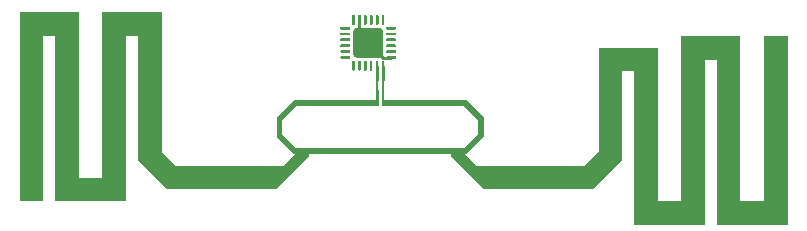
<source format=gbr>
G04 #@! TF.GenerationSoftware,KiCad,Pcbnew,5.1.9*
G04 #@! TF.CreationDate,2022-09-01T16:12:18+02:00*
G04 #@! TF.ProjectId,picsyle-R_strain_915,70696373-796c-4652-9d52-5f7374726169,rev?*
G04 #@! TF.SameCoordinates,Original*
G04 #@! TF.FileFunction,Copper,L1,Top*
G04 #@! TF.FilePolarity,Positive*
%FSLAX46Y46*%
G04 Gerber Fmt 4.6, Leading zero omitted, Abs format (unit mm)*
G04 Created by KiCad (PCBNEW 5.1.9) date 2022-09-01 16:12:18*
%MOMM*%
%LPD*%
G01*
G04 APERTURE LIST*
G04 #@! TA.AperFunction,EtchedComponent*
%ADD10C,0.100000*%
G04 #@! TD*
G04 #@! TA.AperFunction,SMDPad,CuDef*
%ADD11R,0.250000X1.700000*%
G04 #@! TD*
G04 #@! TA.AperFunction,SMDPad,CuDef*
%ADD12R,0.250000X0.825000*%
G04 #@! TD*
G04 #@! TA.AperFunction,Conductor*
%ADD13C,0.250000*%
G04 #@! TD*
G04 APERTURE END LIST*
D10*
G36*
X72500000Y-97400000D02*
G01*
X72500000Y-111400000D01*
X78500000Y-111400000D01*
X78500000Y-97400000D01*
X79500000Y-97400000D01*
X79500000Y-107900000D01*
X82000000Y-110400000D01*
X91207000Y-110400000D01*
X94000000Y-107607000D01*
X94000000Y-107400000D01*
X106000000Y-107400000D01*
X106000000Y-107607000D01*
X108793000Y-110400000D01*
X118000000Y-110400000D01*
X120500000Y-107900000D01*
X120500000Y-100400000D01*
X121500000Y-100400000D01*
X121500000Y-113400000D01*
X127500000Y-113400000D01*
X127500000Y-99400000D01*
X128500000Y-99400000D01*
X128500000Y-113400000D01*
X134500000Y-113400000D01*
X134500000Y-97400000D01*
X132500000Y-97400000D01*
X132500000Y-111400000D01*
X130500000Y-111400000D01*
X130500000Y-97400000D01*
X125500000Y-97400000D01*
X125500000Y-111400000D01*
X123500000Y-111400000D01*
X123500000Y-98400000D01*
X118500000Y-98400000D01*
X118500000Y-107193000D01*
X117293000Y-108400000D01*
X108207000Y-108400000D01*
X107207000Y-107400000D01*
X107282000Y-107400000D01*
X108761000Y-105921000D01*
X108761000Y-104301000D01*
X107282000Y-102822000D01*
X100375000Y-102822000D01*
X100375000Y-101997000D01*
X100125000Y-101997000D01*
X100125000Y-103322000D01*
X107075000Y-103322000D01*
X108261000Y-104508000D01*
X108261000Y-105715000D01*
X107076000Y-106900000D01*
X92924000Y-106900000D01*
X91739000Y-105715000D01*
X91739000Y-104508000D01*
X92925000Y-103322000D01*
X99875000Y-103322000D01*
X99875000Y-101997000D01*
X99625000Y-101997000D01*
X99625000Y-102822000D01*
X92718000Y-102822000D01*
X91239000Y-104301000D01*
X91239000Y-105921000D01*
X92718000Y-107400000D01*
X92793000Y-107400000D01*
X91793000Y-108400000D01*
X82707000Y-108400000D01*
X81500000Y-107193000D01*
X81500000Y-95400000D01*
X76500000Y-95400000D01*
X76500000Y-109400000D01*
X74500000Y-109400000D01*
X74500000Y-95400000D01*
X69500000Y-95400000D01*
X69500000Y-111400000D01*
X71500000Y-111400000D01*
X71500000Y-97400000D01*
X72500000Y-97400000D01*
G37*
D11*
X100250000Y-101150000D03*
X99750000Y-101150000D03*
G04 #@! TA.AperFunction,SMDPad,CuDef*
G36*
G01*
X97412120Y-99362300D02*
X96712120Y-99362300D01*
G75*
G02*
X96649620Y-99299800I0J62500D01*
G01*
X96649620Y-99174800D01*
G75*
G02*
X96712120Y-99112300I62500J0D01*
G01*
X97412120Y-99112300D01*
G75*
G02*
X97474620Y-99174800I0J-62500D01*
G01*
X97474620Y-99299800D01*
G75*
G02*
X97412120Y-99362300I-62500J0D01*
G01*
G37*
G04 #@! TD.AperFunction*
G04 #@! TA.AperFunction,SMDPad,CuDef*
G36*
G01*
X97412120Y-98862300D02*
X96712120Y-98862300D01*
G75*
G02*
X96649620Y-98799800I0J62500D01*
G01*
X96649620Y-98674800D01*
G75*
G02*
X96712120Y-98612300I62500J0D01*
G01*
X97412120Y-98612300D01*
G75*
G02*
X97474620Y-98674800I0J-62500D01*
G01*
X97474620Y-98799800D01*
G75*
G02*
X97412120Y-98862300I-62500J0D01*
G01*
G37*
G04 #@! TD.AperFunction*
G04 #@! TA.AperFunction,SMDPad,CuDef*
G36*
G01*
X97412120Y-98362300D02*
X96712120Y-98362300D01*
G75*
G02*
X96649620Y-98299800I0J62500D01*
G01*
X96649620Y-98174800D01*
G75*
G02*
X96712120Y-98112300I62500J0D01*
G01*
X97412120Y-98112300D01*
G75*
G02*
X97474620Y-98174800I0J-62500D01*
G01*
X97474620Y-98299800D01*
G75*
G02*
X97412120Y-98362300I-62500J0D01*
G01*
G37*
G04 #@! TD.AperFunction*
G04 #@! TA.AperFunction,SMDPad,CuDef*
G36*
G01*
X97412120Y-97862300D02*
X96712120Y-97862300D01*
G75*
G02*
X96649620Y-97799800I0J62500D01*
G01*
X96649620Y-97674800D01*
G75*
G02*
X96712120Y-97612300I62500J0D01*
G01*
X97412120Y-97612300D01*
G75*
G02*
X97474620Y-97674800I0J-62500D01*
G01*
X97474620Y-97799800D01*
G75*
G02*
X97412120Y-97862300I-62500J0D01*
G01*
G37*
G04 #@! TD.AperFunction*
G04 #@! TA.AperFunction,SMDPad,CuDef*
G36*
G01*
X97412120Y-97362300D02*
X96712120Y-97362300D01*
G75*
G02*
X96649620Y-97299800I0J62500D01*
G01*
X96649620Y-97174800D01*
G75*
G02*
X96712120Y-97112300I62500J0D01*
G01*
X97412120Y-97112300D01*
G75*
G02*
X97474620Y-97174800I0J-62500D01*
G01*
X97474620Y-97299800D01*
G75*
G02*
X97412120Y-97362300I-62500J0D01*
G01*
G37*
G04 #@! TD.AperFunction*
G04 #@! TA.AperFunction,SMDPad,CuDef*
G36*
G01*
X97412120Y-96862300D02*
X96712120Y-96862300D01*
G75*
G02*
X96649620Y-96799800I0J62500D01*
G01*
X96649620Y-96674800D01*
G75*
G02*
X96712120Y-96612300I62500J0D01*
G01*
X97412120Y-96612300D01*
G75*
G02*
X97474620Y-96674800I0J-62500D01*
G01*
X97474620Y-96799800D01*
G75*
G02*
X97412120Y-96862300I-62500J0D01*
G01*
G37*
G04 #@! TD.AperFunction*
G04 #@! TA.AperFunction,SMDPad,CuDef*
G36*
G01*
X97812120Y-96462300D02*
X97687120Y-96462300D01*
G75*
G02*
X97624620Y-96399800I0J62500D01*
G01*
X97624620Y-95699800D01*
G75*
G02*
X97687120Y-95637300I62500J0D01*
G01*
X97812120Y-95637300D01*
G75*
G02*
X97874620Y-95699800I0J-62500D01*
G01*
X97874620Y-96399800D01*
G75*
G02*
X97812120Y-96462300I-62500J0D01*
G01*
G37*
G04 #@! TD.AperFunction*
G04 #@! TA.AperFunction,SMDPad,CuDef*
G36*
G01*
X98312120Y-96462300D02*
X98187120Y-96462300D01*
G75*
G02*
X98124620Y-96399800I0J62500D01*
G01*
X98124620Y-95699800D01*
G75*
G02*
X98187120Y-95637300I62500J0D01*
G01*
X98312120Y-95637300D01*
G75*
G02*
X98374620Y-95699800I0J-62500D01*
G01*
X98374620Y-96399800D01*
G75*
G02*
X98312120Y-96462300I-62500J0D01*
G01*
G37*
G04 #@! TD.AperFunction*
G04 #@! TA.AperFunction,SMDPad,CuDef*
G36*
G01*
X98812120Y-96462300D02*
X98687120Y-96462300D01*
G75*
G02*
X98624620Y-96399800I0J62500D01*
G01*
X98624620Y-95699800D01*
G75*
G02*
X98687120Y-95637300I62500J0D01*
G01*
X98812120Y-95637300D01*
G75*
G02*
X98874620Y-95699800I0J-62500D01*
G01*
X98874620Y-96399800D01*
G75*
G02*
X98812120Y-96462300I-62500J0D01*
G01*
G37*
G04 #@! TD.AperFunction*
G04 #@! TA.AperFunction,SMDPad,CuDef*
G36*
G01*
X99312120Y-96462300D02*
X99187120Y-96462300D01*
G75*
G02*
X99124620Y-96399800I0J62500D01*
G01*
X99124620Y-95699800D01*
G75*
G02*
X99187120Y-95637300I62500J0D01*
G01*
X99312120Y-95637300D01*
G75*
G02*
X99374620Y-95699800I0J-62500D01*
G01*
X99374620Y-96399800D01*
G75*
G02*
X99312120Y-96462300I-62500J0D01*
G01*
G37*
G04 #@! TD.AperFunction*
G04 #@! TA.AperFunction,SMDPad,CuDef*
G36*
G01*
X99812120Y-96462300D02*
X99687120Y-96462300D01*
G75*
G02*
X99624620Y-96399800I0J62500D01*
G01*
X99624620Y-95699800D01*
G75*
G02*
X99687120Y-95637300I62500J0D01*
G01*
X99812120Y-95637300D01*
G75*
G02*
X99874620Y-95699800I0J-62500D01*
G01*
X99874620Y-96399800D01*
G75*
G02*
X99812120Y-96462300I-62500J0D01*
G01*
G37*
G04 #@! TD.AperFunction*
G04 #@! TA.AperFunction,SMDPad,CuDef*
G36*
G01*
X100312120Y-96462300D02*
X100187120Y-96462300D01*
G75*
G02*
X100124620Y-96399800I0J62500D01*
G01*
X100124620Y-95699800D01*
G75*
G02*
X100187120Y-95637300I62500J0D01*
G01*
X100312120Y-95637300D01*
G75*
G02*
X100374620Y-95699800I0J-62500D01*
G01*
X100374620Y-96399800D01*
G75*
G02*
X100312120Y-96462300I-62500J0D01*
G01*
G37*
G04 #@! TD.AperFunction*
G04 #@! TA.AperFunction,SMDPad,CuDef*
G36*
G01*
X101287120Y-96862300D02*
X100587120Y-96862300D01*
G75*
G02*
X100524620Y-96799800I0J62500D01*
G01*
X100524620Y-96674800D01*
G75*
G02*
X100587120Y-96612300I62500J0D01*
G01*
X101287120Y-96612300D01*
G75*
G02*
X101349620Y-96674800I0J-62500D01*
G01*
X101349620Y-96799800D01*
G75*
G02*
X101287120Y-96862300I-62500J0D01*
G01*
G37*
G04 #@! TD.AperFunction*
G04 #@! TA.AperFunction,SMDPad,CuDef*
G36*
G01*
X101287120Y-97362300D02*
X100587120Y-97362300D01*
G75*
G02*
X100524620Y-97299800I0J62500D01*
G01*
X100524620Y-97174800D01*
G75*
G02*
X100587120Y-97112300I62500J0D01*
G01*
X101287120Y-97112300D01*
G75*
G02*
X101349620Y-97174800I0J-62500D01*
G01*
X101349620Y-97299800D01*
G75*
G02*
X101287120Y-97362300I-62500J0D01*
G01*
G37*
G04 #@! TD.AperFunction*
G04 #@! TA.AperFunction,SMDPad,CuDef*
G36*
G01*
X101287120Y-97862300D02*
X100587120Y-97862300D01*
G75*
G02*
X100524620Y-97799800I0J62500D01*
G01*
X100524620Y-97674800D01*
G75*
G02*
X100587120Y-97612300I62500J0D01*
G01*
X101287120Y-97612300D01*
G75*
G02*
X101349620Y-97674800I0J-62500D01*
G01*
X101349620Y-97799800D01*
G75*
G02*
X101287120Y-97862300I-62500J0D01*
G01*
G37*
G04 #@! TD.AperFunction*
G04 #@! TA.AperFunction,SMDPad,CuDef*
G36*
G01*
X101287120Y-98362300D02*
X100587120Y-98362300D01*
G75*
G02*
X100524620Y-98299800I0J62500D01*
G01*
X100524620Y-98174800D01*
G75*
G02*
X100587120Y-98112300I62500J0D01*
G01*
X101287120Y-98112300D01*
G75*
G02*
X101349620Y-98174800I0J-62500D01*
G01*
X101349620Y-98299800D01*
G75*
G02*
X101287120Y-98362300I-62500J0D01*
G01*
G37*
G04 #@! TD.AperFunction*
G04 #@! TA.AperFunction,SMDPad,CuDef*
G36*
G01*
X101287120Y-98862300D02*
X100587120Y-98862300D01*
G75*
G02*
X100524620Y-98799800I0J62500D01*
G01*
X100524620Y-98674800D01*
G75*
G02*
X100587120Y-98612300I62500J0D01*
G01*
X101287120Y-98612300D01*
G75*
G02*
X101349620Y-98674800I0J-62500D01*
G01*
X101349620Y-98799800D01*
G75*
G02*
X101287120Y-98862300I-62500J0D01*
G01*
G37*
G04 #@! TD.AperFunction*
G04 #@! TA.AperFunction,SMDPad,CuDef*
G36*
G01*
X101287120Y-99362300D02*
X100587120Y-99362300D01*
G75*
G02*
X100524620Y-99299800I0J62500D01*
G01*
X100524620Y-99174800D01*
G75*
G02*
X100587120Y-99112300I62500J0D01*
G01*
X101287120Y-99112300D01*
G75*
G02*
X101349620Y-99174800I0J-62500D01*
G01*
X101349620Y-99299800D01*
G75*
G02*
X101287120Y-99362300I-62500J0D01*
G01*
G37*
G04 #@! TD.AperFunction*
G04 #@! TA.AperFunction,SMDPad,CuDef*
G36*
G01*
X100312120Y-100337300D02*
X100187120Y-100337300D01*
G75*
G02*
X100124620Y-100274800I0J62500D01*
G01*
X100124620Y-99574800D01*
G75*
G02*
X100187120Y-99512300I62500J0D01*
G01*
X100312120Y-99512300D01*
G75*
G02*
X100374620Y-99574800I0J-62500D01*
G01*
X100374620Y-100274800D01*
G75*
G02*
X100312120Y-100337300I-62500J0D01*
G01*
G37*
G04 #@! TD.AperFunction*
D12*
X99749620Y-99924800D03*
X99249620Y-99924800D03*
G04 #@! TA.AperFunction,SMDPad,CuDef*
G36*
G01*
X98812120Y-100337300D02*
X98687120Y-100337300D01*
G75*
G02*
X98624620Y-100274800I0J62500D01*
G01*
X98624620Y-99574800D01*
G75*
G02*
X98687120Y-99512300I62500J0D01*
G01*
X98812120Y-99512300D01*
G75*
G02*
X98874620Y-99574800I0J-62500D01*
G01*
X98874620Y-100274800D01*
G75*
G02*
X98812120Y-100337300I-62500J0D01*
G01*
G37*
G04 #@! TD.AperFunction*
G04 #@! TA.AperFunction,SMDPad,CuDef*
G36*
G01*
X98312120Y-100337300D02*
X98187120Y-100337300D01*
G75*
G02*
X98124620Y-100274800I0J62500D01*
G01*
X98124620Y-99574800D01*
G75*
G02*
X98187120Y-99512300I62500J0D01*
G01*
X98312120Y-99512300D01*
G75*
G02*
X98374620Y-99574800I0J-62500D01*
G01*
X98374620Y-100274800D01*
G75*
G02*
X98312120Y-100337300I-62500J0D01*
G01*
G37*
G04 #@! TD.AperFunction*
G04 #@! TA.AperFunction,SMDPad,CuDef*
G36*
G01*
X97812120Y-100337300D02*
X97687120Y-100337300D01*
G75*
G02*
X97624620Y-100274800I0J62500D01*
G01*
X97624620Y-99574800D01*
G75*
G02*
X97687120Y-99512300I62500J0D01*
G01*
X97812120Y-99512300D01*
G75*
G02*
X97874620Y-99574800I0J-62500D01*
G01*
X97874620Y-100274800D01*
G75*
G02*
X97812120Y-100337300I-62500J0D01*
G01*
G37*
G04 #@! TD.AperFunction*
G04 #@! TA.AperFunction,SMDPad,CuDef*
G36*
G01*
X100009620Y-99237300D02*
X97989620Y-99237300D01*
G75*
G02*
X97749620Y-98997300I0J240000D01*
G01*
X97749620Y-96977300D01*
G75*
G02*
X97989620Y-96737300I240000J0D01*
G01*
X100009620Y-96737300D01*
G75*
G02*
X100249620Y-96977300I0J-240000D01*
G01*
X100249620Y-98997300D01*
G75*
G02*
X100009620Y-99237300I-240000J0D01*
G01*
G37*
G04 #@! TD.AperFunction*
D13*
X99499620Y-97987300D02*
X98749620Y-98737300D01*
X98249620Y-98737300D02*
X98999620Y-97987300D01*
X99749620Y-98737300D02*
X98999620Y-97987300D01*
X98249620Y-96049800D02*
X98249620Y-97237300D01*
X98249620Y-97237300D02*
X98999620Y-97987300D01*
X100249620Y-99237300D02*
X98999620Y-97987300D01*
X100937120Y-99237300D02*
X100249620Y-99237300D01*
X99750000Y-99925180D02*
X99749620Y-99924800D01*
X99750000Y-101150000D02*
X99750000Y-99925180D01*
X100250000Y-99925180D02*
X100249620Y-99924800D01*
X100250000Y-101150000D02*
X100250000Y-99925180D01*
M02*

</source>
